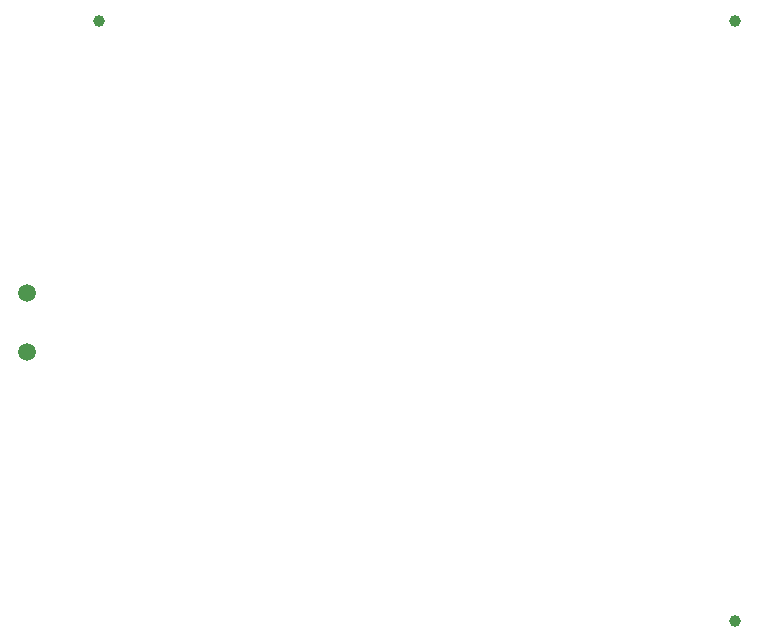
<source format=gbl>
G04*
G04 #@! TF.GenerationSoftware,Altium Limited,Altium Designer,24.3.1 (35)*
G04*
G04 Layer_Physical_Order=2*
G04 Layer_Color=16711680*
%FSLAX44Y44*%
%MOMM*%
G71*
G04*
G04 #@! TF.SameCoordinates,063D28A7-869B-49E0-B519-EA391C4CE498*
G04*
G04*
G04 #@! TF.FilePolarity,Positive*
G04*
G01*
G75*
%ADD25C,1.0000*%
%ADD28C,1.5000*%
D25*
X1195070Y610870D02*
D03*
Y1118870D02*
D03*
X656590D02*
D03*
D28*
X595630Y888600D02*
D03*
Y838600D02*
D03*
M02*

</source>
